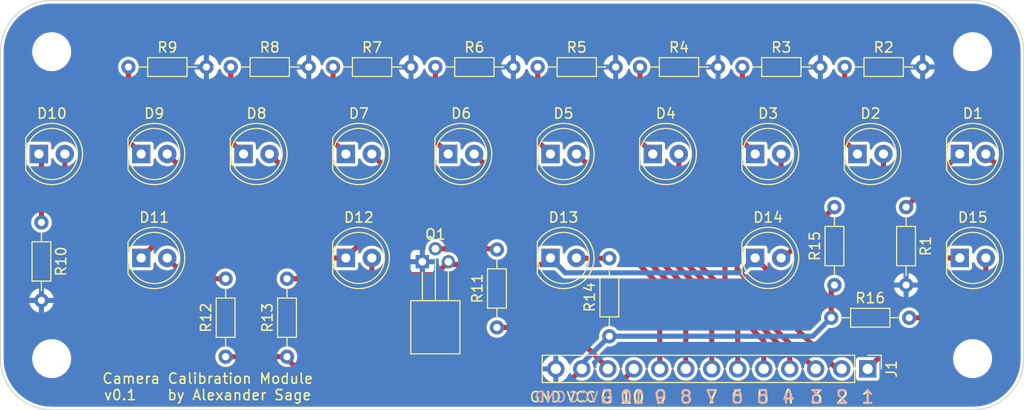
<source format=kicad_pcb>
(kicad_pcb (version 20211014) (generator pcbnew)
  (title_block (title "Camera Calibration Module (LED Counter)") (date "2023-01-08") (rev "0.1") (company "Alexander Sage"))
  (layers (0 "F.Cu" signal) (31 "B.Cu" mixed) (34 "B.Paste" user) (35 "F.Paste" user) (36 "B.SilkS" user "B.Silkscreen") (37 "F.SilkS" user "F.Silkscreen") (38 "B.Mask" user) (39 "F.Mask" user) (44 "Edge.Cuts" user))
  (net 0 "")
  (net 1 "Net-(D1-Pad1)")
  (net 2 "Net-(D1-Pad2)")
  (net 3 "Net-(D2-Pad1)")
  (net 4 "Net-(D2-Pad2)")
  (net 5 "Net-(D3-Pad1)")
  (net 6 "Net-(D3-Pad2)")
  (net 7 "Net-(D4-Pad1)")
  (net 8 "Net-(D4-Pad2)")
  (net 9 "Net-(D5-Pad1)")
  (net 10 "Net-(D5-Pad2)")
  (net 11 "Net-(D6-Pad1)")
  (net 12 "Net-(D6-Pad2)")
  (net 13 "Net-(D7-Pad1)")
  (net 14 "Net-(D7-Pad2)")
  (net 15 "Net-(D8-Pad1)")
  (net 16 "Net-(D8-Pad2)")
  (net 17 "Net-(D9-Pad1)")
  (net 18 "Net-(D9-Pad2)")
  (net 19 "Net-(D10-Pad1)")
  (net 20 "Net-(D10-Pad2)")
  (net 21 "Net-(D11-Pad1)")
  (net 22 "Net-(D11-Pad2)")
  (net 23 "Net-(D12-Pad2)")
  (net 24 "Net-(D13-Pad2)")
  (net 25 "Net-(D14-Pad2)")
  (net 26 "Net-(D15-Pad2)")
  (net 27 "Net-(J1-Pad11)")
  (net 28 "+5V")
  (net 29 "GND")
  (net 30 "Net-(Q1-Pad2)")
  (footprint "Resistor_THT:R_Axial_DIN0204_L3.6mm_D1.6mm_P7.62mm_Horizontal" (layer "F.Cu") (at 54 67.69 -90)
    (fp_text reference "R10" (at 3.81 -1.92 90) (layer "F.SilkS"))
    (fp_text value "R")
    (fp_line (start 1.89 -0.92) (end 1.89 0.92) (layer "F.SilkS") (width 0.12))
    (fp_line (start 1.89 0.92) (end 5.73 0.92) (layer "F.SilkS") (width 0.12))
    (fp_line (start 0.94 0) (end 1.89 0) (layer "F.SilkS") (width 0.12))
    (fp_line (start 6.68 0) (end 5.73 0) (layer "F.SilkS") (width 0.12))
    (fp_line (start 5.73 0.92) (end 5.73 -0.92) (layer "F.SilkS") (width 0.12))
    (fp_line (start 5.73 -0.92) (end 1.89 -0.92) (layer "F.SilkS") (width 0.12))
    (pad "1" thru_hole circle (at 0 0 270) (size 1.4 1.4) (drill 0.7) (layers *.Cu *.Mask) (net 19 "Net-(D10-Pad1)"))
    (pad "2" thru_hole oval (at 7.62 0 270) (size 1.4 1.4) (drill 0.7) (layers *.Cu *.Mask) (net 29 "GND"))
  )
  (footprint "Resistor_THT:R_Axial_DIN0204_L3.6mm_D1.6mm_P7.62mm_Horizontal" (layer "F.Cu") (at 131.5 73.81 90)
    (fp_text reference "R15" (at 3.81 -1.92 90) (layer "F.SilkS"))
    (fp_text value "R")
    (fp_line (start 5.73 0.92) (end 5.73 -0.92) (layer "F.SilkS") (width 0.12))
    (fp_line (start 5.73 -0.92) (end 1.89 -0.92) (layer "F.SilkS") (width 0.12))
    (fp_line (start 1.89 0.92) (end 5.73 0.92) (layer "F.SilkS") (width 0.12))
    (fp_line (start 6.68 0) (end 5.73 0) (layer "F.SilkS") (width 0.12))
    (fp_line (start 0.94 0) (end 1.89 0) (layer "F.SilkS") (width 0.12))
    (fp_line (start 1.89 -0.92) (end 1.89 0.92) (layer "F.SilkS") (width 0.12))
    (pad "1" thru_hole circle (at 0 0 90) (size 1.4 1.4) (drill 0.7) (layers *.Cu *.Mask) (net 28 "+5V"))
    (pad "2" thru_hole oval (at 7.62 0 90) (size 1.4 1.4) (drill 0.7) (layers *.Cu *.Mask) (net 25 "Net-(D14-Pad2)"))
  )
  (footprint "LED_THT:LED_D5.0mm" (layer "F.Cu") (at 123.75 71.16)
    (fp_text reference "D14" (at 1.27 -3.96) (layer "F.SilkS"))
    (fp_text value "LED")
    (fp_line (start -1.29 -1.545) (end -1.29 1.545) (layer "F.SilkS") (width 0.12))
    (fp_arc (start -1.29 -1.54483) (mid 2.072002 -2.880433) (end 4.26 0.000462) (layer "F.SilkS") (width 0.12))
    (fp_arc (start 4.26 -0.000462) (mid 2.072002 2.880433) (end -1.29 1.54483) (layer "F.SilkS") (width 0.12))
    (fp_circle (center 1.27 0) (end 3.77 0) (layer "F.SilkS") (width 0.12) (fill none))
    (pad "1" thru_hole rect (at 0 0) (size 1.8 1.8) (drill 0.9) (layers *.Cu *.Mask) (net 21 "Net-(D11-Pad1)"))
    (pad "2" thru_hole circle (at 2.54 0) (size 1.8 1.8) (drill 0.9) (layers *.Cu *.Mask) (net 25 "Net-(D14-Pad2)"))
  )
  (footprint "LED_THT:LED_D5.0mm" (layer "F.Cu") (at 143.75 71.16)
    (fp_text reference "D15" (at 1.27 -3.96) (layer "F.SilkS"))
    (fp_text value "LED")
    (fp_line (start -1.29 -1.545) (end -1.29 1.545) (layer "F.SilkS") (width 0.12))
    (fp_arc (start 4.26 -0.000462) (mid 2.072002 2.880433) (end -1.29 1.54483) (layer "F.SilkS") (width 0.12))
    (fp_arc (start -1.29 -1.54483) (mid 2.072002 -2.880433) (end 4.26 0.000462) (layer "F.SilkS") (width 0.12))
    (fp_circle (center 1.27 0) (end 3.77 0) (layer "F.SilkS") (width 0.12) (fill none))
    (pad "1" thru_hole rect (at 0 0) (size 1.8 1.8) (drill 0.9) (layers *.Cu *.Mask) (net 21 "Net-(D11-Pad1)"))
    (pad "2" thru_hole circle (at 2.54 0) (size 1.8 1.8) (drill 0.9) (layers *.Cu *.Mask) (net 26 "Net-(D15-Pad2)"))
  )
  (footprint "LED_THT:LED_D5.0mm" (layer "F.Cu") (at 63.75 61)
    (fp_text reference "D9" (at 1.27 -3.96) (layer "F.SilkS"))
    (fp_text value "LED")
    (fp_line (start -1.29 -1.545) (end -1.29 1.545) (layer "F.SilkS") (width 0.12))
    (fp_arc (start 4.26 -0.000462) (mid 2.072002 2.880433) (end -1.29 1.54483) (layer "F.SilkS") (width 0.12))
    (fp_arc (start -1.29 -1.54483) (mid 2.072002 -2.880433) (end 4.26 0.000462) (layer "F.SilkS") (width 0.12))
    (fp_circle (center 1.27 0) (end 3.77 0) (layer "F.SilkS") (width 0.12) (fill none))
    (pad "1" thru_hole rect (at 0 0) (size 1.8 1.8) (drill 0.9) (layers *.Cu *.Mask) (net 17 "Net-(D9-Pad1)"))
    (pad "2" thru_hole circle (at 2.54 0) (size 1.8 1.8) (drill 0.9) (layers *.Cu *.Mask) (net 18 "Net-(D9-Pad2)"))
  )
  (footprint "Resistor_THT:R_Axial_DIN0204_L3.6mm_D1.6mm_P7.62mm_Horizontal" (layer "F.Cu") (at 72 80.81 90)
    (fp_text reference "R12" (at 3.81 -1.92 90) (layer "F.SilkS"))
    (fp_text value "R")
    (fp_line (start 1.89 0.92) (end 5.73 0.92) (layer "F.SilkS") (width 0.12))
    (fp_line (start 6.68 0) (end 5.73 0) (layer "F.SilkS") (width 0.12))
    (fp_line (start 5.73 0.92) (end 5.73 -0.92) (layer "F.SilkS") (width 0.12))
    (fp_line (start 1.89 -0.92) (end 1.89 0.92) (layer "F.SilkS") (width 0.12))
    (fp_line (start 5.73 -0.92) (end 1.89 -0.92) (layer "F.SilkS") (width 0.12))
    (fp_line (start 0.94 0) (end 1.89 0) (layer "F.SilkS") (width 0.12))
    (pad "1" thru_hole circle (at 0 0 90) (size 1.4 1.4) (drill 0.7) (layers *.Cu *.Mask) (net 28 "+5V"))
    (pad "2" thru_hole oval (at 7.62 0 90) (size 1.4 1.4) (drill 0.7) (layers *.Cu *.Mask) (net 22 "Net-(D11-Pad2)"))
  )
  (footprint "Resistor_THT:R_Axial_DIN0204_L3.6mm_D1.6mm_P7.62mm_Horizontal" (layer "F.Cu") (at 72.5 52.5)
    (fp_text reference "R8" (at 3.81 -1.92) (layer "F.SilkS"))
    (fp_text value "R")
    (fp_line (start 5.73 0.92) (end 5.73 -0.92) (layer "F.SilkS") (width 0.12))
    (fp_line (start 5.73 -0.92) (end 1.89 -0.92) (layer "F.SilkS") (width 0.12))
    (fp_line (start 6.68 0) (end 5.73 0) (layer "F.SilkS") (width 0.12))
    (fp_line (start 0.94 0) (end 1.89 0) (layer "F.SilkS") (width 0.12))
    (fp_line (start 1.89 0.92) (end 5.73 0.92) (layer "F.SilkS") (width 0.12))
    (fp_line (start 1.89 -0.92) (end 1.89 0.92) (layer "F.SilkS") (width 0.12))
    (pad "1" thru_hole circle (at 0 0) (size 1.4 1.4) (drill 0.7) (layers *.Cu *.Mask) (net 15 "Net-(D8-Pad1)"))
    (pad "2" thru_hole oval (at 7.62 0) (size 1.4 1.4) (drill 0.7) (layers *.Cu *.Mask) (net 29 "GND"))
  )
  (footprint "Resistor_THT:R_Axial_DIN0204_L3.6mm_D1.6mm_P7.62mm_Horizontal" (layer "F.Cu") (at 102.5 52.5)
    (fp_text reference "R5" (at 3.81 -1.92) (layer "F.SilkS"))
    (fp_text value "R")
    (fp_line (start 0.94 0) (end 1.89 0) (layer "F.SilkS") (width 0.12))
    (fp_line (start 1.89 0.92) (end 5.73 0.92) (layer "F.SilkS") (width 0.12))
    (fp_line (start 1.89 -0.92) (end 1.89 0.92) (layer "F.SilkS") (width 0.12))
    (fp_line (start 5.73 0.92) (end 5.73 -0.92) (layer "F.SilkS") (width 0.12))
    (fp_line (start 6.68 0) (end 5.73 0) (layer "F.SilkS") (width 0.12))
    (fp_line (start 5.73 -0.92) (end 1.89 -0.92) (layer "F.SilkS") (width 0.12))
    (pad "1" thru_hole circle (at 0 0) (size 1.4 1.4) (drill 0.7) (layers *.Cu *.Mask) (net 9 "Net-(D5-Pad1)"))
    (pad "2" thru_hole oval (at 7.62 0) (size 1.4 1.4) (drill 0.7) (layers *.Cu *.Mask) (net 29 "GND"))
  )
  (footprint "Resistor_THT:R_Axial_DIN0204_L3.6mm_D1.6mm_P7.62mm_Horizontal" (layer "F.Cu") (at 109.5 78.81 90)
    (fp_text reference "R14" (at 3.81 -1.92 90) (layer "F.SilkS"))
    (fp_text value "R")
    (fp_line (start 0.94 0) (end 1.89 0) (layer "F.SilkS") (width 0.12))
    (fp_line (start 6.68 0) (end 5.73 0) (layer "F.SilkS") (width 0.12))
    (fp_line (start 5.73 -0.92) (end 1.89 -0.92) (layer "F.SilkS") (width 0.12))
    (fp_line (start 5.73 0.92) (end 5.73 -0.92) (layer "F.SilkS") (width 0.12))
    (fp_line (start 1.89 0.92) (end 5.73 0.92) (layer "F.SilkS") (width 0.12))
    (fp_line (start 1.89 -0.92) (end 1.89 0.92) (layer "F.SilkS") (width 0.12))
    (pad "1" thru_hole circle (at 0 0 90) (size 1.4 1.4) (drill 0.7) (layers *.Cu *.Mask) (net 28 "+5V"))
    (pad "2" thru_hole oval (at 7.62 0 90) (size 1.4 1.4) (drill 0.7) (layers *.Cu *.Mask) (net 24 "Net-(D13-Pad2)"))
  )
  (footprint "LED_THT:LED_D5.0mm" (layer "F.Cu") (at 73.75 61)
    (fp_text reference "D8" (at 1.27 -3.96) (layer "F.SilkS"))
    (fp_text value "LED")
    (fp_line (start -1.29 -1.545) (end -1.29 1.545) (layer "F.SilkS") (width 0.12))
    (fp_arc (start 4.26 -0.000462) (mid 2.072002 2.880433) (end -1.29 1.54483) (layer "F.SilkS") (width 0.12))
    (fp_arc (start -1.29 -1.54483) (mid 2.072002 -2.880433) (end 4.26 0.000462) (layer "F.SilkS") (width 0.12))
    (fp_circle (center 1.27 0) (end 3.77 0) (layer "F.SilkS") (width 0.12) (fill none))
    (pad "1" thru_hole rect (at 0 0) (size 1.8 1.8) (drill 0.9) (layers *.Cu *.Mask) (net 15 "Net-(D8-Pad1)"))
    (pad "2" thru_hole circle (at 2.54 0) (size 1.8 1.8) (drill 0.9) (layers *.Cu *.Mask) (net 16 "Net-(D8-Pad2)"))
  )
  (footprint "Package_TO_SOT_THT:TO-92_Horizontal1" (layer "F.Cu") (at 91.23 71.53)
    (fp_text reference "Q1" (at 1.27 -2.67) (layer "F.SilkS"))
    (fp_text value "2N2222")
    (fp_line (start 2.54 1.02) (end 2.54 3.81) (layer "F.SilkS") (width 0.12))
    (fp_line (start 3.67 9) (end -1.13 9) (layer "F.SilkS") (width 0.12))
    (fp_line (start -1.13 3.81) (end 3.67 3.81) (layer "F.SilkS") (width 0.12))
    (fp_line (start 0 1.02) (end 0 3.81) (layer "F.SilkS") (width 0.12))
    (fp_line (start -1.13 9) (end -1.13 3.81) (layer "F.SilkS") (width 0.12))
    (fp_line (start 1.27 -0.25) (end 1.27 3.81) (layer "F.SilkS") (width 0.12))
    (fp_line (start 3.67 3.81) (end 3.67 9) (layer "F.SilkS") (width 0.12))
    (pad "1" thru_hole rect (at 0 0 90) (size 1.3 1.3) (drill 0.75) (layers *.Cu *.Mask) (net 29 "GND"))
    (pad "2" thru_hole circle (at 1.27 -1.27 90) (size 1.3 1.3) (drill 0.75) (layers *.Cu *.Mask) (net 30 "Net-(Q1-Pad2)"))
    (pad "3" thru_hole circle (at 2.54 0 90) (size 1.3 1.3) (drill 0.75) (layers *.Cu *.Mask) (net 21 "Net-(D11-Pad1)"))
  )
  (footprint "LED_THT:LED_D5.0mm" (layer "F.Cu") (at 83.75 61)
    (fp_text reference "D7" (at 1.27 -3.96) (layer "F.SilkS"))
    (fp_text value "LED")
    (fp_line (start -1.29 -1.545) (end -1.29 1.545) (layer "F.SilkS") (width 0.12))
    (fp_arc (start 4.26 -0.000462) (mid 2.072002 2.880433) (end -1.29 1.54483) (layer "F.SilkS") (width 0.12))
    (fp_arc (start -1.29 -1.54483) (mid 2.072002 -2.880433) (end 4.26 0.000462) (layer "F.SilkS") (width 0.12))
    (fp_circle (center 1.27 0) (end 3.77 0) (layer "F.SilkS") (width 0.12) (fill none))
    (pad "1" thru_hole rect (at 0 0) (size 1.8 1.8) (drill 0.9) (layers *.Cu *.Mask) (net 13 "Net-(D7-Pad1)"))
    (pad "2" thru_hole circle (at 2.54 0) (size 1.8 1.8) (drill 0.9) (layers *.Cu *.Mask) (net 14 "Net-(D7-Pad2)"))
  )
  (footprint "Resistor_THT:R_Axial_DIN0204_L3.6mm_D1.6mm_P7.62mm_Horizontal" (layer "F.Cu") (at 82.5 52.5)
    (fp_text reference "R7" (at 3.81 -1.92) (layer "F.SilkS"))
    (fp_text value "R")
    (fp_line (start 5.73 0.92) (end 5.73 -0.92) (layer "F.SilkS") (width 0.12))
    (fp_line (start 1.89 0.92) (end 5.73 0.92) (layer "F.SilkS") (width 0.12))
    (fp_line (start 6.68 0) (end 5.73 0) (layer "F.SilkS") (width 0.12))
    (fp_line (start 0.94 0) (end 1.89 0) (layer "F.SilkS") (width 0.12))
    (fp_line (start 5.73 -0.92) (end 1.89 -0.92) (layer "F.SilkS") (width 0.12))
    (fp_line (start 1.89 -0.92) (end 1.89 0.92) (layer "F.SilkS") (width 0.12))
    (pad "1" thru_hole circle (at 0 0) (size 1.4 1.4) (drill 0.7) (layers *.Cu *.Mask) (net 13 "Net-(D7-Pad1)"))
    (pad "2" thru_hole oval (at 7.62 0) (size 1.4 1.4) (drill 0.7) (layers *.Cu *.Mask) (net 29 "GND"))
  )
  (footprint "Resistor_THT:R_Axial_DIN0204_L3.6mm_D1.6mm_P7.62mm_Horizontal" (layer "F.Cu") (at 112.5 52.5)
    (fp_text reference "R4" (at 3.81 -1.92) (layer "F.SilkS"))
    (fp_text value "R")
    (fp_line (start 5.73 -0.92) (end 1.89 -0.92) (layer "F.SilkS") (width 0.12))
    (fp_line (start 6.68 0) (end 5.73 0) (layer "F.SilkS") (width 0.12))
    (fp_line (start 5.73 0.92) (end 5.73 -0.92) (layer "F.SilkS") (width 0.12))
    (fp_line (start 1.89 -0.92) (end 1.89 0.92) (layer "F.SilkS") (width 0.12))
    (fp_line (start 1.89 0.92) (end 5.73 0.92) (layer "F.SilkS") (width 0.12))
    (fp_line (start 0.94 0) (end 1.89 0) (layer "F.SilkS") (width 0.12))
    (pad "1" thru_hole circle (at 0 0) (size 1.4 1.4) (drill 0.7) (layers *.Cu *.Mask) (net 7 "Net-(D4-Pad1)"))
    (pad "2" thru_hole oval (at 7.62 0) (size 1.4 1.4) (drill 0.7) (layers *.Cu *.Mask) (net 29 "GND"))
  )
  (footprint "Resistor_THT:R_Axial_DIN0204_L3.6mm_D1.6mm_P7.62mm_Horizontal" (layer "F.Cu") (at 62.5 52.5)
    (fp_text reference "R9" (at 3.81 -1.92) (layer "F.SilkS"))
    (fp_text value "R")
    (fp_line (start 0.94 0) (end 1.89 0) (layer "F.SilkS") (width 0.12))
    (fp_line (start 5.73 0.92) (end 5.73 -0.92) (layer "F.SilkS") (width 0.12))
    (fp_line (start 6.68 0) (end 5.73 0) (layer "F.SilkS") (width 0.12))
    (fp_line (start 5.73 -0.92) (end 1.89 -0.92) (layer "F.SilkS") (width 0.12))
    (fp_line (start 1.89 -0.92) (end 1.89 0.92) (layer "F.SilkS") (width 0.12))
    (fp_line (start 1.89 0.92) (end 5.73 0.92) (layer "F.SilkS") (width 0.12))
    (pad "1" thru_hole circle (at 0 0) (size 1.4 1.4) (drill 0.7) (layers *.Cu *.Mask) (net 17 "Net-(D9-Pad1)"))
    (pad "2" thru_hole oval (at 7.62 0) (size 1.4 1.4) (drill 0.7) (layers *.Cu *.Mask) (net 29 "GND"))
  )
  (footprint "Resistor_THT:R_Axial_DIN0204_L3.6mm_D1.6mm_P7.62mm_Horizontal" (layer "F.Cu") (at 131.19 77)
    (fp_text reference "R16" (at 3.81 -1.92) (layer "F.SilkS"))
    (fp_text value "R")
    (fp_line (start 5.73 0.92) (end 5.73 -0.92) (layer "F.SilkS") (width 0.12))
    (fp_line (start 6.68 0) (end 5.73 0) (layer "F.SilkS") (width 0.12))
    (fp_line (start 5.73 -0.92) (end 1.89 -0.92) (layer "F.SilkS") (width 0.12))
    (fp_line (start 0.94 0) (end 1.89 0) (layer "F.SilkS") (width 0.12))
    (fp_line (start 1.89 0.92) (end 5.73 0.92) (layer "F.SilkS") (width 0.12))
    (fp_line (start 1.89 -0.92) (end 1.89 0.92) (layer "F.SilkS") (width 0.12))
    (pad "1" thru_hole circle (at 0 0) (size 1.4 1.4) (drill 0.7) (layers *.Cu *.Mask) (net 28 "+5V"))
    (pad "2" thru_hole oval (at 7.62 0) (size 1.4 1.4) (drill 0.7) (layers *.Cu *.Mask) (net 26 "Net-(D15-Pad2)"))
  )
  (footprint "LED_THT:LED_D5.0mm" (layer "F.Cu") (at 103.75 61)
    (fp_text reference "D5" (at 1.27 -3.96) (layer "F.SilkS"))
    (fp_text value "LED")
    (fp_line (start -1.29 -1.545) (end -1.29 1.545) (layer "F.SilkS") (width 0.12))
    (fp_arc (start -1.29 -1.54483) (mid 2.072002 -2.880433) (end 4.26 0.000462) (layer "F.SilkS") (width 0.12))
    (fp_arc (start 4.26 -0.000462) (mid 2.072002 2.880433) (end -1.29 1.54483) (layer "F.SilkS") (width 0.12))
    (fp_circle (center 1.27 0) (end 3.77 0) (layer "F.SilkS") (width 0.12) (fill none))
    (pad "1" thru_hole rect (at 0 0) (size 1.8 1.8) (drill 0.9) (layers *.Cu *.Mask) (net 9 "Net-(D5-Pad1)"))
    (pad "2" thru_hole circle (at 2.54 0) (size 1.8 1.8) (drill 0.9) (layers *.Cu *.Mask) (net 10 "Net-(D5-Pad2)"))
  )
  (footprint "MountingHole:MountingHole_3.2mm_M3" (layer "F.Cu") (at 145 51)
    (fp_text reference "H3" hide)
    (fp_text value "MountingHole" hide)
    (pad "" np_thru_hole circle (at 0 0) (size 3.2 3.2) (drill 3.2) (layers *.Cu *.Mask))
  )
  (footprint "LED_THT:LED_D5.0mm" (layer "F.Cu") (at 143.75 61)
    (fp_text reference "D1" (at 1.27 -3.96) (layer "F.SilkS"))
    (fp_text value "LED")
    (fp_line (start -1.29 -1.545) (end -1.29 1.545) (layer "F.SilkS") (width 0.12))
    (fp_arc (start 4.26 -0.000462) (mid 2.072002 2.880433) (end -1.29 1.54483) (layer "F.SilkS") (width 0.12))
    (fp_arc (start -1.29 -1.54483) (mid 2.072002 -2.880433) (end 4.26 0.000462) (layer "F.SilkS") (width 0.12))
    (fp_circle (center 1.27 0) (end 3.77 0) (layer "F.SilkS") (width 0.12) (fill none))
    (pad "1" thru_hole rect (at 0 0) (size 1.8 1.8) (drill 0.9) (layers *.Cu *.Mask) (net 1 "Net-(D1-Pad1)"))
    (pad "2" thru_hole circle (at 2.54 0) (size 1.8 1.8) (drill 0.9) (layers *.Cu *.Mask) (net 2 "Net-(D1-Pad2)"))
  )
  (footprint "Resistor_THT:R_Axial_DIN0204_L3.6mm_D1.6mm_P7.62mm_Horizontal" (layer "F.Cu") (at 78 80.81 90)
    (fp_text reference "R13" (at 3.81 -1.92 90) (layer "F.SilkS"))
    (fp_text value "R")
    (fp_line (start 1.89 0.92) (end 5.73 0.92) (layer "F.SilkS") (width 0.12))
    (fp_line (start 5.73 -0.92) (end 1.89 -0.92) (layer "F.SilkS") (width 0.12))
    (fp_line (start 5.73 0.92) (end 5.73 -0.92) (layer "F.SilkS") (width 0.12))
    (fp_line (start 1.89 -0.92) (end 1.89 0.92) (layer "F.SilkS") (width 0.12))
    (fp_line (start 6.68 0) (end 5.73 0) (layer "F.SilkS") (width 0.12))
    (fp_line (start 0.94 0) (end 1.89 0) (layer "F.SilkS") (width 0.12))
    (pad "1" thru_hole circle (at 0 0 90) (size 1.4 1.4) (drill 0.7) (layers *.Cu *.Mask) (net 28 "+5V"))
    (pad "2" thru_hole oval (at 7.62 0 90) (size 1.4 1.4) (drill 0.7) (layers *.Cu *.Mask) (net 23 "Net-(D12-Pad2)"))
  )
  (footprint "MountingHole:MountingHole_3.2mm_M3" (layer "F.Cu") (at 145 81)
    (fp_text reference "H2" hide)
    (fp_text value "MountingHole" hide)
    (pad "" np_thru_hole circle (at 0 0) (size 3.2 3.2) (drill 3.2) (layers *.Cu *.Mask))
  )
  (footprint "LED_THT:LED_D5.0mm" (layer "F.Cu") (at 63.75 71.16)
    (fp_text reference "D11" (at 1.27 -3.96) (layer "F.SilkS"))
    (fp_text value "LED")
    (fp_line (start -1.29 -1.545) (end -1.29 1.545) (layer "F.SilkS") (width 0.12))
    (fp_arc (start -1.29 -1.54483) (mid 2.072002 -2.880433) (end 4.26 0.000462) (layer "F.SilkS") (width 0.12))
    (fp_arc (start 4.26 -0.000462) (mid 2.072002 2.880433) (end -1.29 1.54483) (layer "F.SilkS") (width 0.12))
    (fp_circle (center 1.27 0) (end 3.77 0) (layer "F.SilkS") (width 0.12) (fill none))
    (pad "1" thru_hole rect (at 0 0) (size 1.8 1.8) (drill 0.9) (layers *.Cu *.Mask) (net 21 "Net-(D11-Pad1)"))
    (pad "2" thru_hole circle (at 2.54 0) (size 1.8 1.8) (drill 0.9) (layers *.Cu *.Mask) (net 22 "Net-(D11-Pad2)"))
  )
  (footprint "Resistor_THT:R_Axial_DIN0204_L3.6mm_D1.6mm_P7.62mm_Horizontal" (layer "F.Cu") (at 122.5 52.5)
    (fp_text reference "R3" (at 3.81 -1.92) (layer "F.SilkS"))
    (fp_text value "R")
    (fp_line (start 5.73 0.92) (end 5.73 -0.92) (layer "F.SilkS") (width 0.12))
    (fp_line (start 5.73 -0.92) (end 1.89 -0.92) (layer "F.SilkS") (width 0.12))
    (fp_line (start 1.89 0.92) (end 5.73 0.92) (layer "F.SilkS") (width 0.12))
    (fp_line (start 1.89 -0.92) (end 1.89 0.92) (layer "F.SilkS") (width 0.12))
    (fp_line (start 0.94 0) (end 1.89 0) (layer "F.SilkS") (width 0.12))
    (fp_line (start 6.68 0) (end 5.73 0) (layer "F.SilkS") (width 0.12))
    (pad "1" thru_hole circle (at 0 0) (size 1.4 1.4) (drill 0.7) (layers *.Cu *.Mask) (net 5 "Net-(D3-Pad1)"))
    (pad "2" thru_hole oval (at 7.62 0) (size 1.4 1.4) (drill 0.7) (layers *.Cu *.Mask) (net 29 "GND"))
  )
  (footprint "Connector_PinHeader_2.54mm:PinHeader_1x13_P2.54mm_Vertical" (layer "F.Cu") (at 134.75 82 -90)
    (fp_text reference "J1" (at 0 -2.33 90) (layer "F.SilkS"))
    (fp_text value "Conn_01x13_Male" hide)
    (fp_line (start 1.33 1.27) (end 1.33 31.81) (layer "F.SilkS") (width 0.12))
    (fp_line (start -1.33 0) (end -1.33 -1.33) (layer "F.SilkS") (width 0.12))
    (fp_line (start -1.33 -1.33) (end 0 -1.33) (layer "F.SilkS") (width 0.12))
    (fp_line (start -1.33 1.27) (end -1.33 31.81) (layer "F.SilkS") (width 0.12))
    (fp_line (start -1.33 31.81) (end 1.33 31.81) (layer "F.SilkS") (width 0.12))
    (fp_line (start -1.33 1.27) (end 1.33 1.27) (layer "F.SilkS") (width 0.12))
    (pad "1" thru_hole rect (at 0 0 270) (size 1.7 1.7) (drill 1) (layers *.Cu *.Mask) (net 2 "Net-(D1-Pad2)"))
    (pad "2" thru_hole oval (at 0 2.54 270) (size 1.7 1.7) (drill 1) (layers *.Cu *.Mask) (net 4 "Net-(D2-Pad2)"))
    (pad "3" thru_hole oval (at 0 5.08 270) (size 1.7 1.7) (drill 1) (layers *.Cu *.Mask) (net 6 "Net-(D3-Pad2)"))
    (pad "4" thru_hole oval (at 0 7.62 270) (size 1.7 1.7) (drill 1) (layers *.Cu *.Mask) (net 8 "Net-(D4-Pad2)"))
    (pad "5" thru_hole oval (at 0 10.16 270) (size 1.7 1.7) (drill 1) (layers *.Cu *.Mask) (net 10 "Net-(D5-Pad2)"))
    (pad "6" thru_hole oval (at 0 12.7 270) (size 1.7 1.7) (drill 1) (layers *.Cu *.Mask) (net 12 "Net-(D6-Pad2)"))
    (pad "7" thru_hole oval (at 0 15.24 270) (size 1.7 1.7) (drill 1) (layers *.Cu *.Mask) (net 14 "Net-(D7-Pad2)"))
    (pad "8" thru_hole oval (at 0 17.78 270) (size 1.7 1.7) (drill 1) (layers *.Cu *.Mask) (net 16 "Net-(D8-Pad2)"))
    (pad "9" thru_hole oval (at 0 20.32 270) (size 1.7 1.7) (drill 1) (layers *.Cu *.Mask) (net 18 "Net-(D9-Pad2)"))
    (pad "10" thru_hole oval (at 0 22.86 270) (size 1.7 1.7) (drill 1) (layers *.Cu *.Mask) (net 20 "Net-(D10-Pad2)"))
    (pad "11" thru_hole oval (at 0 25.4 270) (size 1.7 1.7) (drill 1) (layers *.Cu *.Mask) (net 27 "Net-(J1-Pad11)"))
    (pad "12" thru_hole oval (at 0 27.94 270) (size 1.7 1.7) (drill 1) (layers *.Cu *.Mask) (net 28 "+5V"))
    (pad "13" thru_hole oval (at 0 30.48 270) (size 1.7 1.7) (drill 1) (layers *.Cu *.Mask) (net 29 "GND"))
  )
  (footprint "LED_THT:LED_D5.0mm" (layer "F.Cu") (at 53.75 61)
    (fp_text reference "D10" (at 1.27 -3.96) (layer "F.SilkS"))
    (fp_text value "LED")
    (fp_line (start -1.29 -1.545) (end -1.29 1.545) (layer "F.SilkS") (width 0.12))
    (fp_arc (start -1.29 -1.54483) (mid 2.072002 -2.880433) (end 4.26 0.000462) (layer "F.SilkS") (width 0.12))
    (fp_arc (start 4.26 -0.000462) (mid 2.072002 2.880433) (end -1.29 1.54483) (layer "F.SilkS") (width 0.12))
    (fp_circle (center 1.27 0) (end 3.77 0) (layer "F.SilkS") (width 0.12) (fill none))
    (pad "1" thru_hole rect (at 0 0) (size 1.8 1.8) (drill 0.9) (layers *.Cu *.Mask) (net 19 "Net-(D10-Pad1)"))
    (pad "2" thru_hole circle (at 2.54 0) (size 1.8 1.8) (drill 0.9) (layers *.Cu *.Mask) (net 20 "Net-(D10-Pad2)"))
  )
  (footprint "MountingHole:MountingHole_3.2mm_M3" (layer "F.Cu") (at 55 81)
    (fp_text reference "H1" hide)
    (fp_text value "MountingHole" hide)
    (pad "" np_thru_hole circle (at 0 0) (size 3.2 3.2) (drill 3.2) (layers *.Cu *.Mask))
  )
  (footprint "Resistor_THT:R_Axial_DIN0204_L3.6mm_D1.6mm_P7.62mm_Horizontal" (layer "F.Cu") (at 92.5 52.5)
    (fp_text reference "R6" (at 3.81 -1.92) (layer "F.SilkS"))
    (fp_text value "R")
    (fp_line (start 6.68 0) (end 5.73 0) (layer "F.SilkS") (width 0.12))
    (fp_line (start 1.89 0.92) (end 5.73 0.92) (layer "F.SilkS") (width 0.12))
    (fp_line (start 0.94 0) (end 1.89 0) (layer "F.SilkS") (width 0.12))
    (fp_line (start 5.73 -0.92) (end 1.89 -0.92) (layer "F.SilkS") (width 0.12))
    (fp_line (start 1.89 -0.92) (end 1.89 0.92) (layer "F.SilkS") (width 0.12))
    (fp_line (start 5.73 0.92) (end 5.73 -0.92) (layer "F.SilkS") (width 0.12))
    (pad "1" thru_hole circle (at 0 0) (size 1.4 1.4) (drill 0.7) (layers *.Cu *.Mask) (net 11 "Net-(D6-Pad1)"))
    (pad "2" thru_hole oval (at 7.62 0) (size 1.4 1.4) (drill 0.7) (layers *.Cu *.Mask) (net 29 "GND"))
  )
  (footprint "LED_THT:LED_D5.0mm" (layer "F.Cu") (at 83.75 71.16)
    (fp_text reference "D12" (at 1.27 -3.96) (layer "F.SilkS"))
    (fp_text value "LED")
    (fp_line (start -1.29 -1.545) (end -1.29 1.545) (layer "F.SilkS") (width 0.12))
    (fp_arc (start -1.29 -1.54483) (mid 2.072002 -2.880433) (end 4.26 0.000462) (layer "F.SilkS") (width 0.12))
    (fp_arc (start 4.26 -0.000462) (mid 2.072002 2.880433) (end -1.29 1.54483) (layer "F.SilkS") (width 0.12))
    (fp_circle (center 1.27 0) (end 3.77 0) (layer "F.SilkS") (width 0.12) (fill none))
    (pad "1" thru_hole rect (at 0 0) (size 1.8 1.8) (drill 0.9) (layers *.Cu *.Mask) (net 21 "Net-(D11-Pad1)"))
    (pad "2" thru_hole circle (at 2.54 0) (size 1.8 1.8) (drill 0.9) (layers *.Cu *.Mask) (net 23 "Net-(D12-Pad2)"))
  )
  (footprint "LED_THT:LED_D5.0mm" (layer "F.Cu") (at 103.75 71.16)
    (fp_text reference "D13" (at 1.27 -3.96) (layer "F.SilkS"))
    (fp_text value "LED")
    (fp_line (start -1.29 -1.545) (end -1.29 1.545) (layer "F.SilkS") (width 0.12))
    (fp_arc (start -1.29 -1.54483) (mid 2.072002 -2.880433) (end 4.26 0.000462) (layer "F.SilkS") (width 0.12))
    (fp_arc (start 4.26 -0.000462) (mid 2.072002 2.880433) (end -1.29 1.54483) (layer "F.SilkS") (width 0.12))
    (fp_circle (center 1.27 0) (end 3.77 0) (layer "F.SilkS") (width 0.12) (fill none))
    (pad "1" thru_hole rect (at 0 0) (size 1.8 1.8) (drill 0.9) (layers *.Cu *.Mask) (net 21 "Net-(D11-Pad1)"))
    (pad "2" thru_hole circle (at 2.54 0) (size 1.8 1.8) (drill 0.9) (layers *.Cu *.Mask) (net 24 "Net-(D13-Pad2)"))
  )
  (footprint "LED_THT:LED_D5.0mm" (layer "F.Cu") (at 133.75 61)
    (fp_text reference "D2" (at 1.27 -3.96) (layer "F.SilkS"))
    (fp_text value "LED")
    (fp_line (start -1.29 -1.545) (end -1.29 1.545) (layer "F.SilkS") (width 0.12))
    (fp_arc (start -1.29 -1.54483) (mid 2.072002 -2.880433) (end 4.26 0.000462) (layer "F.SilkS") (width 0.12))
    (fp_arc (start 4.26 -0.000462) (mid 2.072002 2.880433) (end -1.29 1.54483) (layer "F.SilkS") (width 0.12))
    (fp_circle (center 1.27 0) (end 3.77 0) (layer "F.SilkS") (width 0.12) (fill none))
    (pad "1" thru_hole rect (at 0 0) (size 1.8 1.8) (drill 0.9) (layers *.Cu *.Mask) (net 3 "Net-(D2-Pad1)"))
    (pad "2" thru_hole circle (at 2.54 0) (size 1.8 1.8) (drill 0.9) (layers *.Cu *.Mask) (net 4 "Net-(D2-Pad2)"))
  )
  (footprint "Resistor_THT:R_Axial_DIN0204_L3.6mm_D1.6mm_P7.62mm_Horizontal" (layer "F.Cu") (at 132.5 52.5)
    (fp_text reference "R2" (at 3.81 -1.92) (layer "F.SilkS"))
    (fp_text value "R")
    (fp_line (start 5.73 -0.92) (end 1.89 -0.92) (layer "F.SilkS") (width 0.12))
    (fp_line (start 0.94 0) (end 1.89 0) (layer "F.SilkS") (width 0.12))
    (fp_line (start 1.89 0.92) (end 5.73 0.92) (layer "F.SilkS") (width 0.12))
    (fp_line (start 6.68 0) (end 5.73 0) (layer "F.SilkS") (width 0.12))
    (fp_line (start 5.73 0.92) (end 5.73 -0.92) (layer "F.SilkS") (width 0.12))
    (fp_line (start 1.89 -0.92) (end 1.89 0.92) (layer "F.SilkS") (width 0.12))
    (pad "1" thru_hole circle (at 0 0) (size 1.4 1.4) (drill 0.7) (layers *.Cu *.Mask) (net 3 "Net-(D2-Pad1)"))
    (pad "2" thru_hole oval (at 7.62 0) (size 1.4 1.4) (drill 0.7) (layers *.Cu *.Mask) (net 29 "GND"))
  )
  (footprint "LED_THT:LED_D5.0mm" (layer "F.Cu") (at 123.75 61)
    (fp_text reference "D3" (at 1.27 -3.96) (layer "F.SilkS"))
    (fp_text value "LED")
    (fp_line (start -1.29 -1.545) (end -1.29 1.545) (layer "F.SilkS") (width 0.12))
    (fp_arc (start 4.26 -0.000462) (mid 2.072002 2.880433) (end -1.29 1.54483) (layer "F.SilkS") (width 0.12))
    (fp_arc (start -1.29 -1.54483) (mid 2.072002 -2.880433) (end 4.26 0.000462) (layer "F.SilkS") (width 0.12))
    (fp_circle (center 1.27 0) (end 3.77 0) (layer "F.SilkS") (width 0.12) (fill none))
    (pad "1" thru_hole rect (at 0 0) (size 1.8 1.8) (drill 0.9) (layers *.Cu *.Mask) (net 5 "Net-(D3-Pad1)"))
    (pad "2" thru_hole circle (at 2.54 0) (size 1.8 1.8) (drill 0.9) (layers *.Cu *.Mask) (net 6 "Net-(D3-Pad2)"))
  )
  (footprint "Resistor_THT:R_Axial_DIN0204_L3.6mm_D1.6mm_P7.62mm_Horizontal" (layer "F.Cu") (at 98.51497 77.951564 90)
    (fp_text reference "R11" (at 3.81 -1.92 90) (layer "F.SilkS"))
    (fp_text value "4k7")
    (fp_line (start 5.73 -0.92) (end 1.89 -0.92) (layer "F.SilkS") (width 0.12))
    (fp_line (start 0.94 0) (end 1.89 0) (layer "F.SilkS") (width 0.12))
    (fp_line (start 6.68 0) (end 5.73 0) (layer "F.SilkS") (width 0.12))
    (fp_line (start 1.89 -0.92) (end 1.89 0.92) (layer "F.SilkS") (width 0.12))
    (fp_line (start 5.73 0.92) (end 5.73 -0.92) (layer "F.SilkS") (width 0.12))
    (fp_line (start 1.89 0.92) (end 5.73 0.92) (layer "F.SilkS") (width 0.12))
    (pad "1" thru_hole circle (at 0 0 90) (size 1.4 1.4) (drill 0.7) (layers *.Cu *.Mask) (net 27 "Net-(J1-Pad11)"))
    (pad "2" thru_hole oval (at 7.62 0 90) (size 1.4 1.4) (drill 0.7) (layers *.Cu *.Mask) (net 30 "Net-(Q1-Pad2)"))
  )
  (footprint "Resistor_THT:R_Axial_DIN0204_L3.6mm_D1.6mm_P7.62mm_Horizontal" (layer "F.Cu") (at 138.5 66.19 -90)
    (fp_text reference "R1" (at 3.81 -1.92 -90) (layer "F.SilkS"))
    (fp_text value "R")
    (fp_line (start 5.73 0.92) (end 5.73 -0.92) (layer "F.SilkS") (width 0.12))
    (fp_line (start 5.73 -0.92) (end 1.89 -0.92) (layer "F.SilkS") (width 0.12))
    (fp_line (start 0.94 0) (end 1.89 0) (layer "F.SilkS") (width 0.12))
    (fp_line (start 6.68 0) (end 5.73 0) (layer "F.SilkS") (width 0.12))
    (fp_line (start 1.89 0.92) (end 5.73 0.92) (layer "F.SilkS") (width 0.12))
    (fp_line (start 1.89 -0.92) (end 1.89 0.92) (layer "F.SilkS") (width 0.12))
    (pad "1" thru_hole circle (at 0 0 270) (size 1.4 1.4) (drill 0.7) (layers *.Cu *.Mask) (net 1 "Net-(D1-Pad1)"))
    (pad "2" thru_hole oval (at 7.62 0 270) (size 1.4 1.4) (drill 0.7) (layers *.Cu *.Mask) (net 29 "GND"))
  )
  (footprint "MountingHole:MountingHole_3.2mm_M3" (layer "F.Cu") (at 55 51)
    (fp_text reference "H4" hide)
    (fp_text value "MountingHole" hide)
    (pad "" np_thru_hole circle (at 0 0) (size 3.2 3.2) (drill 3.2) (layers *.Cu *.Mask))
  )
  (footprint "LED_THT:LED_D5.0mm" (layer "F.Cu") (at 113.75 61)
    (fp_text reference "D4" (at 1.27 -3.96) (layer "F.SilkS"))
    (fp_text value "LED")
    (fp_line (start -1.29 -1.545) (end -1.29 1.545) (layer "F.SilkS") (width 0.12))
    (fp_arc (start -1.29 -1.54483) (mid 2.072002 -2.880433) (end 4.26 0.000462) (layer "F.SilkS") (width 0.12))
    (fp_arc (start 4.26 -0.000462) (mid 2.072002 2.880433) (end -1.29 1.54483) (layer "F.SilkS") (width 0.12))
    (fp_circle (center 1.27 0) (end 3.77 0) (layer "F.SilkS") (width 0.12) (fill none))
    (pad "1" thru_hole rect (at 0 0) (size 1.8 1.8) (drill 0.9) (layers *.Cu *.Mask) (net 7 "Net-(D4-Pad1)"))
    (pad "2" thru_hole circle (at 2.54 0) (size 1.8 1.8) (drill 0.9) (layers *.Cu *.Mask) (net 8 "Net-(D4-Pad2)"))
  )
  (footprint "LED_THT:LED_D5.0mm" (layer "F.Cu") (at 93.75 61)
    (fp_text reference "D6" (at 1.27 -3.96) (layer "F.SilkS"))
    (fp_text value "LED")
    (fp_line (start -1.29 -1.545) (end -1.29 1.545) (layer "F.SilkS") (width 0.12))
    (fp_arc (start -1.29 -1.54483) (mid 2.072002 -2.880433) (end 4.26 0.000462) (layer "F.SilkS") (width 0.12))
    (fp_arc (start 4.26 -0.000462) (mid 2.072002 2.880433) (end -1.29 1.54483) (layer "F.SilkS") (width 0.12))
    (fp_circle (center 1.27 0) (end 3.77 0) (layer "F.SilkS") (width 0.12) (fill none))
    (pad "1" thru_hole rect (at 0 0) (size 1.8 1.8) (drill 0.9) (layers *.Cu *.Mask) (net 11 "Net-(D6-Pad1)"))
    (pad "2" thru_hole circle (at 2.54 0) (size 1.8 1.8) (drill 0.9) (layers *.Cu *.Mask) (net 12 "Net-(D6-Pad2)"))
  )
  (gr_line (start 150 51) (end 150 81) (layer "Edge.Cuts") (width 0.1))
  (gr_line (start 55 46) (end 145 46) (layer "Edge.Cuts") (width 0.1))
  (gr_line (start 145 86) (end 55 86) (layer "Edge.Cuts") (width 0.1))
  (gr_arc (start 150 81) (mid 148.535534 84.535534) (end 145 86) (layer "Edge.Cuts") (width 0.1))
  (gr_arc (start 50 51) (mid 51.464466 47.464466) (end 55 46) (layer "Edge.Cuts") (width 0.1))
  (gr_arc (start 145 46) (mid 148.535534 47.464466) (end 150 51) (layer "Edge.Cuts") (width 0.1))
  (gr_arc (start 55 86) (mid 51.464466 84.535534) (end 50 81) (layer "Edge.Cuts") (width 0.1))
  (gr_line (start 50 51) (end 50 81) (layer "Edge.Cuts") (width 0.1))
  (gr_text "10" (at 111.75 84.75) (layer "B.SilkS") (effects (font (size 1.25 1.25) (thickness 0.2)) (justify mirror)))
  (gr_text "2" (at 132.25 84.75) (layer "B.SilkS") (effects (font (size 1.25 1.25) (thickness 0.2)) (justify mirror)))
  (gr_text "1" (at 134.75 84.75) (layer "B.SilkS") (effects (font (size 1.25 1.25) (thickness 0.2)) (justify mirror)))
  (gr_text "4" (at 127 84.75) (layer "B.SilkS") (effects (font (size 1.25 1.25) (thickness 0.2)) (justify mirror)))
  (gr_text "3" (at 129.75 84.75) (layer "B.SilkS") (effects (font (size 1.25 1.25) (thickness 0.2)) (justify mirror)))
  (gr_text "VCC" (at 107 84.75) (layer "B.SilkS") (effects (font (size 1 1)) (justify mirror)))
  (gr_text "6" (at 122 84.75) (layer "B.SilkS") (effects (font (size 1.25 1.25) (thickness 0.2)) (justify mirror)))
  (gr_text "7" (at 119.5 84.75) (layer "B.SilkS") (effects (font (size 1.25 1.25) (thickness 0.2)) (justify mirror)))
  (gr_text "8" (at 117 84.75) (layer "B.SilkS") (effects (font (size 1.25 1.25) (thickness 0.2)) (justify mirror)))
  (gr_text "5" (at 124.5 84.75) (layer "B.SilkS") (effects (font (size 1.25 1.25) (thickness 0.2)) (justify mirror)))
  (gr_text "9" (at 114.5 84.75) (layer "B.SilkS") (effects (font (size 1.25 1.25) (thickness 0.2)) (justify mirror)))
  (gr_text "GND" (at 103.75 84.75) (layer "B.SilkS") (effects (font (size 1 1)) (justify mirror)))
  (gr_text "G" (at 109.25 84.75) (layer "B.SilkS") (effects (font (size 1.25 1.25) (thickness 0.2)) (justify mirror)))
  (gr_text "9" (at 114.5 84.75) (layer "F.SilkS") (effects (font (size 1.25 1.25) (thickness 0.2))))
  (gr_text "GND" (at 103.25 84.75) (layer "F.SilkS") (effects (font (size 1 1))))
  (gr_text "5" (at 124.5 84.75) (layer "F.SilkS") (effects (font (size 1.25 1.25) (thickness 0.2))))
  (gr_text "Camera Calibration Module\nv0.1    by Alexander Sage" (at 70.25 83.75) (layer "F.SilkS") (effects (font (size 1 1))))
  (gr_text "2" (at 132.25 84.75) (layer "F.SilkS") (effects (font (size 1.25 1.25) (thickness 0.2))))
  (gr_text "G" (at 109.25 84.75) (layer "F.SilkS") (effects (font (size 1.25 1.25) (thickness 0.2))))
  (gr_text "VCC" (at 106.75 84.75) (layer "F.SilkS") (effects (font (size 1 1))))
  (gr_text "3" (at 129.75 84.75) (layer "F.SilkS") (effects (font (size 1.25 1.25) (thickness 0.2))))
  (gr_text "8" (at 117 84.75) (layer "F.SilkS") (effects (font (size 1.25 1.25) (thickness 0.2))))
  (gr_text "1" (at 134.75 84.75) (layer "F.SilkS") (effects (font (size 1.25 1.25) (thickness 0.2))))
  (gr_text "4" (at 127 84.75) (layer "F.SilkS") (effects (font (size 1.25 1.25) (thickness 0.2))))
  (gr_text "7" (at 119.5 84.75) (layer "F.SilkS") (effects (font (size 1.25 1.25) (thickness 0.2))))
  (gr_text "6" (at 122 84.75) (layer "F.SilkS") (effects (font (size 1.25 1.25) (thickness 0.2))))
  (gr_text "10" (at 111.75 84.75) (layer "F.SilkS") (effects (font (size 1.25 1.25) (thickness 0.2))))
  (segment (start 143.69 61) (end 138.5 66.19) (width 0.5) (layer "F.Cu") (net 1))
  (segment (start 134.75 82) (end 137.854001 78.895999) (width 0.5) (layer "F.Cu") (net 2))
  (segment (start 148.5 63.21) (end 146.29 61) (width 0.5) (layer "F.Cu") (net 2))
  (segment (start 137.854001 78.895999) (end 141.604001 78.895999) (width 0.5) (layer "F.Cu") (net 2))
  (segment (start 141.604001 78.895999) (end 148.5 72) (width 0.5) (layer "F.Cu") (net 2))
  (segment (start 148.5 72) (end 148.5 63.21) (width 0.5) (layer "F.Cu") (net 2))
  (segment (start 132.5 59.75) (end 133.75 61) (width 0.5) (layer "F.Cu") (net 3))
  (segment (start 132.5 52.5) (end 132.5 59.75) (width 0.5) (layer "F.Cu") (net 3))
  (segment (start 122 72.31) (end 122 70) (width 0.5) (layer "F.Cu") (net 4))
  (segment (start 132.21 82) (end 131.71 82) (width 0.5) (layer "F.Cu") (net 4))
  (segment (start 136.29 62.71) (end 136.29 61) (width 0.5) (layer "F.Cu") (net 4))
  (segment (start 131.71 82) (end 122.02 72.31) (width 0.5) (layer "F.Cu") (net 4))
  (segment (start 122.02 72.31) (end 122 72.31) (width 0.5) (layer "F.Cu") (net 4))
  (segment (start 135 64) (end 136.29 62.71) (width 0.5) (layer "F.Cu") (net 4))
  (segment (start 128 64) (end 135 64) (width 0.5) (layer "F.Cu") (net 4))
  (segment (start 122 70) (end 128 64) (width 0.5) (layer "F.Cu") (net 4))
  (segment (start 122.5 52.5) (end 122.5 59.75) (width 0.5) (layer "F.Cu") (net 5))
  (segment (start 122.5 59.75) (end 123.75 61) (width 0.5) (layer "F.Cu") (net 5))
  (segment (start 129.67 82.07) (end 120.8 73.2) (width 0.5) (layer "F.Cu") (net 6))
  (segment (start 120.8 73.2) (end 120.8 67.762792) (width 0.5) (layer "F.Cu") (net 6))
  (segment (start 120.8 67.762792) (end 126.29 62.272792) (width 0.5) (layer "F.Cu") (net 6))
  (segment (start 126.29 62.272792) (end 126.29 61) (width 0.5) (layer "F.Cu") (net 6))
  (segment (start 112.5 59.75) (end 113.75 61) (width 0.5) (layer "F.Cu") (net 7))
  (segment (start 112.5 52.5) (end 112.5 59.75) (width 0.5) (layer "F.Cu") (net 7))
  (segment (start 116.29 69.82726) (end 116.29 61) (width 0.5) (layer "F.Cu") (net 8))
  (segment (start 127.13 82.5) (end 127.13 80.66726) (width 0.5) (layer "F.Cu") (net 8))
  (segment (start 127.13 80.66726) (end 116.29 69.82726) (width 0.5) (layer "F.Cu") (net 8))
  (segment (start 102.5 59.75) (end 103.75 61) (width 0.5) (layer "F.Cu") (net 9))
  (segment (start 102.5 52.5) (end 102.5 59.75) (width 0.5) (layer "F.Cu") (net 9))
  (segment (start 124.59 82) (end 124.59 79.25863) (width 0.5) (layer "F.Cu") (net 10))
  (segment (start 124.59 79.25863) (end 106.33137 61) (width 0.5) (layer "F.Cu") (net 10))
  (segment (start 106.33137 61) (end 106.29 61) (width 0.5) (layer "F.Cu") (net 10))
  (segment (start 92.5 52.5) (end 92.5 59.75) (width 0.5) (layer "F.Cu") (net 11))
  (segment (start 92.5 59.75) (end 93.75 61) (width 0.5) (layer "F.Cu") (net 11))
  (segment (start 122.05 82) (end 122.05 77.85) (width 0.5) (layer "F.Cu") (net 12))
  (segment (start 101.29 66) (end 96.29 61) (width 0.5) (layer "F.Cu") (net 12))
  (segment (start 122.05 77.85) (end 110.2 66) (width 0.5) (layer "F.Cu") (net 12))
  (segment (start 110.2 66) (end 101.29 66) (width 0.5) (layer "F.Cu") (net 12))
  (segment (start 82.5 59.75) (end 83.75 61) (width 0.5) (layer "F.Cu") (net 13))
  (segment (start 82.5 52.5) (end 82.5 59.75) (width 0.5) (layer "F.Cu") (net 13))
  (segment (start 119.51 76.51) (end 119.51 82) (width 0.5) (layer "F.Cu") (net 14))
  (segment (start 86.29 61) (end 92.49 67.2) (width 0.5) (layer "F.Cu") (net 14))
  (segment (start 92.49 67.2) (end 110.2 67.2) (width 0.5) (layer "F.Cu") (net 14))
  (segment (start 110.2 67.2) (end 119.51 76.51) (width 0.5) (layer "F.Cu") (net 14))
  (segment (start 72.5 52.5) (end 72.5 59.75) (width 0.5) (layer "F.Cu") (net 15))
  (segment (start 72.5 59.75) (end 73.75 61) (width 0.5) (layer "F.Cu") (net 15))
  (segment (start 109.8 68) (end 116.97 75.17) (width 0.5) (layer "F.Cu") (net 16))
  (segment (start 76.29 61) (end 83.29 68) (width 0.5) (layer "F.Cu") (net 16))
  (segment (start 116.97 75.17) (end 116.97 82) (width 0.5) (layer "F.Cu") (net 16))
  (segment (start 83.29 68) (end 109.8 68) (width 0.5) (layer "F.Cu") (net 16))
  (segment (start 62.5 52.5) (end 62.5 59.75) (width 0.5) (layer "F.Cu") (net 17))
  (segment (start 62.5 59.75) (end 63.75 61) (width 0.5) (layer "F.Cu") (net 17))
  (segment (start 74.2 68.91) (end 109.51 68.91) (width 0.5) (layer "F.Cu") (net 18))
  (segment (start 109.51 68.91) (end 114.43 73.83) (width 0.5) (layer "F.Cu") (net 18))
  (segment (start 114.43 73.83) (end 114.43 82) (width 0.5) (layer "F.Cu") (net 18))
  (segment (start 66.29 61) (end 74.2 68.91) (width 0.5) (layer "F.Cu") (net 18))
  (segment (start 54 67.69) (end 54 61.25) (width 0.5) (layer "F.Cu") (net 19))
  (segment (start 54 61.25) (end 53.75 61) (width 0.5) (layer "F.Cu") (net 19))
  (segment (start 56.29 68.29) (end 56.29 61) (width 0.5) (layer "F.Cu") (net 20))
  (segment (start 72.8 84.8) (end 56.29 68.29) (width 0.5) (layer "F.Cu") (net 20))
  (segment (start 111.89 82.055) (end 109.145 84.8) (width 0.5) (layer "F.Cu") (net 20))
  (segment (start 109.145 84.8) (end 72.8 84.8) (width 0.5) (layer "F.Cu") (net 20))
  (segment (start 92.5 72.8) (end 93.77 71.53) (width 0.5) (layer "F.Cu") (net 21))
  (segment (start 65.91 69) (end 63.75 71.16) (width 0.5) (layer "F.Cu") (net 21))
  (segment (start 94.04 71.8) (end 102.8 71.8) (width 0.5) (layer "F.Cu") (net 21))
  (segment (start 90.1 72.8) (end 92.5 72.8) (width 0.5) (layer "F.Cu") (net 21))
  (segment (start 68.8 69) (end 65.91 69) (width 0.5) (layer "F.Cu") (net 21))
  (segment (start 127 73) (end 128.84 71.16) (width 0.5) (layer "F.Cu") (net 21))
  (segment (start 85.2 69.71) (end 87.01 69.71) (width 0.5) (layer "F.Cu") (net 21))
  (segment (start 128.84 71.16) (end 143.75 71.16) (width 0.5) (layer "F.Cu") (net 21))
  (segment (start 83.75 71.16) (end 70.96 71.16) (width 0.5) (layer "F.Cu") (net 21))
  (segment (start 93.77 71.53) (end 94.04 71.8) (width 0.5) (layer "F.Cu") (net 21))
  (segment (start 87.01 69.71) (end 90.1 72.8) (width 0.5) (layer "F.Cu") (net 21))
  (segment (start 123.75 71.16) (end 125.59 73) (width 0.5) (layer "F.Cu") (net 21))
  (segment (start 83.75 71.16) (end 85.2 69.71) (width 0.5) (layer "F.Cu") (net 21))
  (segment (start 125.59 73) (end 127 73) (width 0.5) (layer "F.Cu") (net 21))
  (segment (start 70.96 71.16) (end 68.8 69) (width 0.5) (layer "F.Cu") (net 21))
  (segment (start 122.3 72.61) (end 105.2 72.61) (width 0.5) (layer "B.Cu") (net 21))
  (segment (start 123.75 71.16) (end 122.3 72.61) (width 0.5) (layer "B.Cu") (net 21))
  (segment (start 105.2 72.61) (end 103.75 71.16) (width 0.5) (layer "B.Cu") (net 21))
  (segment (start 66.29 71.16) (end 68.32 73.19) (width 0.5) (layer "F.Cu") (net 22))
  (segment (start 68.32 73.19) (end 72 73.19) (width 0.5) (layer "F.Cu") (net 22))
  (segment (start 86.29 71.16) (end 86.29 72.71) (width 0.5) (layer "F.Cu") (net 23))
  (segment (start 85.81 73.19) (end 78 73.19) (width 0.5) (layer "F.Cu") (net 23))
  (segment (start 86.29 72.71) (end 85.81 73.19) (width 0.5) (layer "F.Cu") (net 23))
  (segment (start 109.5 71.19) (end 106.32 71.19) (width 0.5) (layer "F.Cu") (net 24))
  (segment (start 106.32 71.19) (end 106.29 71.16) (width 0.5) (layer "F.Cu") (net 24))
  (segment (start 131.5 66.19) (end 126.53 71.16) (width 0.5) (layer "F.Cu") (net 25))
  (segment (start 126.53 71.16) (end 126.29 71.16) (width 0.5) (layer "F.Cu") (net 25))
  (segment (start 146.29 72.432792) (end 146.29 71.16) (width 0.5) (layer "F.Cu") (net 26))
  (segment (start 141.722792 77) (end 146.29 72.432792) (width 0.5) (layer "F.Cu") (net 26))
  (segment (start 138.81 77) (end 141.722792 77) (width 0.5) (layer "F.Cu") (net 26))
  (segment (start 98.51497 77.951564) (end 105.376564 77.951564) (width 0.5) (layer "F.Cu") (net 27))
  (segment (start 105.376564 77.951564) (end 109.35 81.925) (width 0.5) (layer "F.Cu") (net 27))
  (segment (start 131.19 77) (end 131.19 74.12) (width 0.5) (layer "F.Cu") (net 28))
  (segment (start 106.81 82) (end 104.81 84) (width 0.5) (layer "F.Cu") (net 28))
  (segment (start 81 84) (end 103.5 84) (width 0.5) (layer "F.Cu") (net 28))
  (segment (start 72 80.81) (end 77.81 80.81) (width 0.5) (layer "F.Cu") (net 28))
  (segment (start 131.19 74.12) (end 131.5 73.81) (width 0.5) (layer "F.Cu") (net 28))
  (segment (start 104.81 84) (end 103.5 84) (width 0.5) (layer "F.Cu") (net 28))
  (segment (start 77.81 80.81) (end 81 84) (width 0.5) (layer "F.Cu") (net 28))
  (segment (start 106.81 81.5) (end 109.5 78.81) (width 0.5) (layer "B.Cu") (net 28))
  (segment (start 109.5 78.81) (end 129.38 78.81) (width 0.5) (layer "B.Cu") (net 28))
  (segment (start 129.38 78.81) (end 131.19 77) (width 0.5) (layer "B.Cu") (net 28))
  (segment (start 106.81 82) (end 106.81 81.5) (width 0.5) (layer "B.Cu") (net 28))
  (segment (start 98.443406 70.26) (end 98.51497 70.331564) (width 0.5) (layer "F.Cu") (net 30))
  (segment (start 92.5 70.26) (end 98.443406 70.26) (width 0.5) (layer "F.Cu") (net 30))
  (zone (net 29) (net_name "GND") (layer "B.Cu") (connect_pads (clearance 0.3)) (min_thickness 0.254) (fill yes (thermal_gap 0.5) (thermal_bridge_width 0.5))
    (polygon (pts (xy 150 86) (xy 50 86) (xy 50 46) (xy 150 46)))
  )
)
</source>
